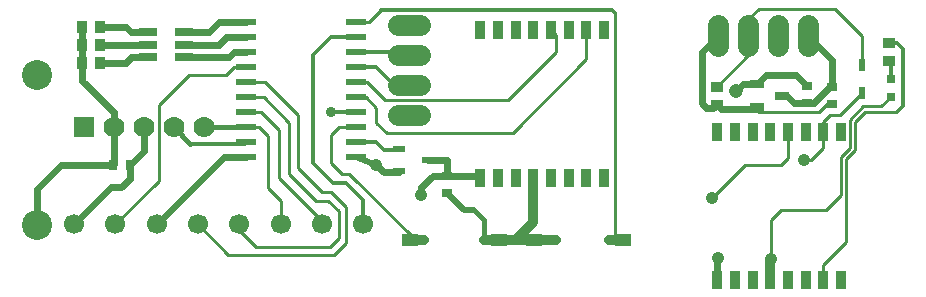
<source format=gbr>
G04 EAGLE Gerber RS-274X export*
G75*
%MOMM*%
%FSLAX34Y34*%
%LPD*%
%INTop Copper*%
%IPPOS*%
%AMOC8*
5,1,8,0,0,1.08239X$1,22.5*%
G01*
%ADD10R,1.778000X1.778000*%
%ADD11C,1.778000*%
%ADD12R,1.765300X0.558800*%
%ADD13R,0.660400X0.939800*%
%ADD14R,0.939800X0.660400*%
%ADD15R,0.500000X1.075000*%
%ADD16R,1.250000X0.650000*%
%ADD17R,0.850000X1.000000*%
%ADD18R,1.600000X0.700000*%
%ADD19R,1.000000X0.600000*%
%ADD20R,1.450000X1.000000*%
%ADD21C,1.800000*%
%ADD22C,2.540000*%
%ADD23R,0.950000X1.600000*%
%ADD24C,1.700000*%
%ADD25R,1.000000X0.850000*%
%ADD26R,0.800000X0.800000*%
%ADD27C,0.609600*%
%ADD28C,0.812800*%
%ADD29C,0.508000*%
%ADD30C,1.056400*%
%ADD31C,0.956400*%
%ADD32C,0.254000*%
%ADD33C,0.406400*%
%ADD34C,0.304800*%
%ADD35C,1.206400*%
%ADD36C,0.906400*%


D10*
X69850Y146050D03*
D11*
X95250Y146050D03*
X120650Y146050D03*
X146050Y146050D03*
X171450Y146050D03*
D12*
X300292Y120650D03*
X300292Y133350D03*
X300292Y146050D03*
X300292Y158750D03*
X300292Y171450D03*
X300292Y184150D03*
X300292Y196850D03*
X300292Y209550D03*
X300292Y222250D03*
X300292Y234950D03*
X207709Y234950D03*
X207709Y222250D03*
X207709Y209550D03*
X207709Y196850D03*
X207709Y184150D03*
X207709Y171450D03*
X207709Y158750D03*
X207709Y146050D03*
X207709Y133350D03*
X207709Y120650D03*
D13*
X108712Y114300D03*
X94488Y114300D03*
D14*
X377190Y90678D03*
X377190Y104902D03*
X681990Y166878D03*
X681990Y181102D03*
D15*
X728980Y175070D03*
X728980Y198310D03*
D16*
X639740Y182220D03*
X639740Y163220D03*
X660740Y172720D03*
D17*
X68700Y231140D03*
X83700Y231140D03*
X68700Y215900D03*
X83700Y215900D03*
X68700Y200660D03*
X83700Y200660D03*
D18*
X124700Y226400D03*
X154700Y226400D03*
X124700Y215900D03*
X154700Y215900D03*
X124700Y205400D03*
X154700Y205400D03*
D19*
X337250Y127660D03*
X337250Y108560D03*
X361250Y118110D03*
D20*
X451200Y50800D03*
X526700Y50800D03*
X421290Y50800D03*
X345790Y50800D03*
D21*
X607060Y214520D02*
X607060Y232520D01*
X632460Y232520D02*
X632460Y214520D01*
X657860Y214520D02*
X657860Y232520D01*
X683260Y232520D02*
X683260Y214520D01*
D22*
X30450Y63500D03*
X30450Y190500D03*
D23*
X510540Y228600D03*
X495540Y228600D03*
X480540Y228600D03*
X465540Y228600D03*
X450540Y228600D03*
X435540Y228600D03*
X420540Y228600D03*
X405540Y228600D03*
X405540Y102600D03*
X420540Y102600D03*
X435540Y102600D03*
X450540Y102600D03*
X465540Y102600D03*
X480540Y102600D03*
X495540Y102600D03*
X510540Y102600D03*
X711200Y142240D03*
X696200Y142240D03*
X681200Y142240D03*
X666200Y142240D03*
X651200Y142240D03*
X636200Y142240D03*
X621200Y142240D03*
X606200Y142240D03*
X606200Y16240D03*
X621200Y16240D03*
X636200Y16240D03*
X651200Y16240D03*
X666200Y16240D03*
X681200Y16240D03*
X696200Y16240D03*
X711200Y16240D03*
D14*
X703580Y179832D03*
X703580Y165608D03*
D24*
X61650Y63770D03*
X96650Y63770D03*
X131650Y63770D03*
X166650Y63770D03*
X201650Y63770D03*
X236650Y63770D03*
X271650Y63770D03*
X306650Y63770D03*
D25*
X605790Y165220D03*
X605790Y180220D03*
D26*
X753110Y171570D03*
X753110Y186570D03*
D25*
X751840Y202050D03*
X751840Y217050D03*
D21*
X354440Y156210D02*
X336440Y156210D01*
X336440Y181610D02*
X354440Y181610D01*
X354440Y207010D02*
X336440Y207010D01*
X336440Y232410D02*
X354440Y232410D01*
D27*
X120650Y146050D02*
X120650Y126238D01*
X108712Y114300D01*
D28*
X421290Y50800D02*
X435610Y50800D01*
X451200Y50800D01*
X425100Y50800D02*
X421290Y50800D01*
D29*
X400558Y76200D02*
X391668Y76200D01*
X377190Y90678D01*
D27*
X188530Y120650D02*
X131650Y63770D01*
X188530Y120650D02*
X207709Y120650D01*
X93130Y95250D02*
X61650Y63770D01*
X93130Y95250D02*
X101600Y95250D01*
X108712Y102362D01*
X108712Y114300D01*
D30*
X651510Y34290D03*
D31*
X435610Y50800D03*
D28*
X651200Y33980D02*
X651200Y16240D01*
X651200Y33980D02*
X651510Y34290D01*
D27*
X703580Y203200D02*
X683260Y223520D01*
X703580Y203200D02*
X703580Y179832D01*
X700797Y179832D01*
X687843Y166878D01*
X681990Y166878D01*
X665480Y172720D02*
X660740Y172720D01*
X665480Y172720D02*
X671322Y166878D01*
X681990Y166878D01*
D28*
X469900Y50800D02*
X451200Y50800D01*
X421290Y50800D02*
X408940Y50800D01*
D32*
X651510Y34290D02*
X651510Y67310D01*
X660400Y76200D01*
X698500Y76200D01*
X711200Y88900D01*
X745116Y163576D02*
X753110Y171570D01*
X711200Y120650D02*
X711200Y88900D01*
X711200Y120650D02*
X718744Y128194D01*
X718744Y152400D01*
X729920Y163576D01*
X745116Y163576D01*
D28*
X450540Y102600D02*
X450540Y65730D01*
X435610Y50800D01*
D33*
X408940Y67818D02*
X400558Y76200D01*
X408940Y67818D02*
X408940Y50800D01*
D27*
X124700Y226400D02*
X110150Y226400D01*
X105410Y231140D02*
X83700Y231140D01*
X105410Y231140D02*
X110150Y226400D01*
X124700Y215900D02*
X83700Y215900D01*
X110150Y205400D02*
X124700Y205400D01*
X105410Y200660D02*
X83700Y200660D01*
X105410Y200660D02*
X110150Y205400D01*
X154700Y205400D02*
X192700Y205400D01*
X196850Y209550D01*
X207709Y209550D01*
X190500Y222250D02*
X184150Y215900D01*
X190500Y222250D02*
X207709Y222250D01*
X184150Y215900D02*
X154700Y215900D01*
X154700Y226400D02*
X175600Y226400D01*
X184150Y234950D02*
X207709Y234950D01*
X184150Y234950D02*
X175600Y226400D01*
X68700Y231140D02*
X68700Y215900D01*
X68700Y200660D01*
X68700Y185300D01*
X95250Y158750D01*
D32*
X336640Y107950D02*
X337250Y108560D01*
D29*
X317500Y114300D02*
X300292Y120650D01*
D30*
X317500Y114300D03*
D27*
X323850Y107950D01*
X336640Y107950D01*
X95250Y146050D02*
X95250Y158750D01*
X95250Y146050D02*
X95250Y115062D01*
X94488Y114300D01*
X30450Y93950D02*
X30450Y63500D01*
X30450Y93950D02*
X50800Y114300D01*
X94488Y114300D01*
D32*
X311150Y234950D02*
X321310Y245110D01*
X311150Y234950D02*
X300292Y234950D01*
X519684Y242316D02*
X519684Y54006D01*
X522890Y50800D02*
X526700Y50800D01*
X522890Y50800D02*
X519684Y54006D01*
D28*
X514350Y50800D02*
X526700Y50800D01*
D34*
X516890Y245110D02*
X321310Y245110D01*
X516890Y245110D02*
X519684Y242316D01*
D32*
X349250Y52070D02*
X349250Y50800D01*
X349250Y52070D02*
X294640Y106680D01*
X288290Y106680D01*
X279400Y115570D01*
X279400Y139700D01*
X285750Y146050D01*
X300292Y146050D01*
D28*
X345790Y50800D02*
X349250Y50800D01*
X345790Y50800D02*
X358140Y50800D01*
D32*
X495540Y203440D02*
X495540Y228600D01*
X308610Y171450D02*
X300292Y171450D01*
X317500Y149860D02*
X326390Y140970D01*
X433070Y140970D01*
X317500Y162560D02*
X308610Y171450D01*
X317500Y162560D02*
X317500Y149860D01*
X433070Y140970D02*
X495540Y203440D01*
D30*
X601980Y86360D03*
D34*
X342900Y209550D02*
X300292Y209550D01*
X342900Y209550D02*
X345440Y207010D01*
D32*
X601980Y86360D02*
X629920Y114300D01*
X660400Y114300D01*
X666200Y120100D01*
X666200Y142240D01*
D30*
X355600Y88900D03*
D32*
X637540Y182220D02*
X639740Y182220D01*
D35*
X622300Y176530D03*
D30*
X607060Y35560D03*
D27*
X606200Y34700D02*
X606200Y16240D01*
X606200Y34700D02*
X607060Y35560D01*
X622300Y176530D02*
X627990Y182220D01*
X637540Y182220D01*
D33*
X680872Y182220D02*
X681990Y181102D01*
D27*
X647700Y190180D02*
X639740Y182220D01*
X647700Y190180D02*
X647700Y190500D01*
X672592Y190500D01*
X680872Y182220D01*
X405540Y102600D02*
X403238Y104902D01*
X377190Y104902D01*
X377190Y118110D01*
X377190Y104902D02*
X365252Y104902D01*
X355600Y95250D01*
X355600Y88900D01*
X361250Y118110D02*
X377190Y118110D01*
D34*
X306650Y84510D02*
X306650Y63770D01*
X292100Y99060D02*
X280670Y99060D01*
X264160Y115570D01*
X264160Y207010D02*
X279400Y222250D01*
X300292Y222250D01*
X292100Y99060D02*
X306650Y84510D01*
X264160Y115570D02*
X264160Y207010D01*
X337250Y127660D02*
X336590Y127000D01*
X323850Y127000D01*
X317500Y133350D01*
X300292Y133350D01*
D32*
X133350Y100470D02*
X96650Y63770D01*
X133350Y100470D02*
X133350Y165100D01*
X158750Y190500D01*
X190500Y190500D02*
X196850Y196850D01*
X207709Y196850D01*
X190500Y190500D02*
X158750Y190500D01*
X207709Y184150D02*
X223520Y184150D01*
X251460Y156210D01*
X292100Y78740D02*
X292100Y48260D01*
X281940Y38100D01*
X192320Y38100D01*
X166650Y63770D01*
X279400Y91440D02*
X292100Y78740D01*
X279400Y91440D02*
X271780Y91440D01*
X251460Y111760D01*
X251460Y156210D01*
X201650Y63770D02*
X201650Y58700D01*
X278130Y44450D02*
X285750Y52070D01*
X285750Y74930D01*
X243840Y149860D02*
X222250Y171450D01*
X207709Y171450D01*
X201650Y58700D02*
X215900Y44450D01*
X278130Y44450D01*
X285750Y74930D02*
X276860Y83820D01*
X266700Y83820D01*
X243840Y106680D01*
X243840Y149860D01*
X271650Y66310D02*
X271650Y63770D01*
X271650Y66310D02*
X234950Y103010D01*
X234950Y143510D01*
X219710Y158750D01*
X207709Y158750D01*
X469900Y209550D02*
X469900Y224240D01*
X465540Y228600D01*
X309880Y184150D02*
X300292Y184150D01*
X309880Y184150D02*
X325120Y168910D01*
X429260Y168910D01*
X469900Y209550D01*
D30*
X679450Y118110D03*
D32*
X701707Y156210D02*
X710120Y156210D01*
X696200Y150703D02*
X696200Y142240D01*
X710120Y156210D02*
X728980Y175070D01*
X701707Y156210D02*
X696200Y150703D01*
X696200Y142240D02*
X696200Y128510D01*
X685800Y118110D01*
X679450Y118110D01*
D34*
X317500Y196850D02*
X300292Y196850D01*
X332740Y181610D02*
X345440Y181610D01*
X332740Y181610D02*
X317500Y196850D01*
X300292Y158750D02*
X279400Y158750D01*
D36*
X279400Y158750D03*
D34*
X207709Y133350D02*
X206439Y132080D01*
X160020Y132080D01*
D33*
X146050Y146050D01*
D32*
X632460Y223520D02*
X632460Y237490D01*
X641350Y246380D01*
X706120Y246380D01*
X728980Y223520D01*
X632460Y206890D02*
X605790Y180220D01*
X632460Y206890D02*
X632460Y223520D01*
X728980Y223520D02*
X728980Y198310D01*
X639740Y163220D02*
X639740Y160360D01*
X638690Y161410D01*
X639740Y160360D02*
X641350Y158750D01*
X692150Y158750D01*
X699008Y165608D02*
X703580Y165608D01*
X699008Y165608D02*
X692150Y158750D01*
D27*
X607060Y223520D02*
X593090Y209550D01*
X593090Y166370D02*
X596900Y162560D01*
X603130Y162560D01*
X605790Y165220D01*
X593090Y166370D02*
X593090Y209550D01*
X609600Y161410D02*
X638690Y161410D01*
X609600Y161410D02*
X605790Y165220D01*
D32*
X696200Y29450D02*
X696200Y16240D01*
X715264Y118967D02*
X722808Y126511D01*
X722808Y150038D01*
X715264Y48514D02*
X696200Y29450D01*
X715264Y48514D02*
X715264Y118967D01*
X722808Y150038D02*
X731520Y158750D01*
X758190Y158750D01*
D34*
X758310Y217050D02*
X751840Y217050D01*
X758310Y217050D02*
X763270Y212090D01*
X763270Y163830D01*
X758190Y158750D01*
X753110Y200780D02*
X751840Y202050D01*
X753110Y200780D02*
X753110Y186570D01*
D32*
X236650Y83820D02*
X236650Y63770D01*
X236650Y83820D02*
X226060Y94410D01*
X226060Y138430D01*
X218440Y146050D01*
X207709Y146050D01*
D33*
X171450Y146050D01*
M02*

</source>
